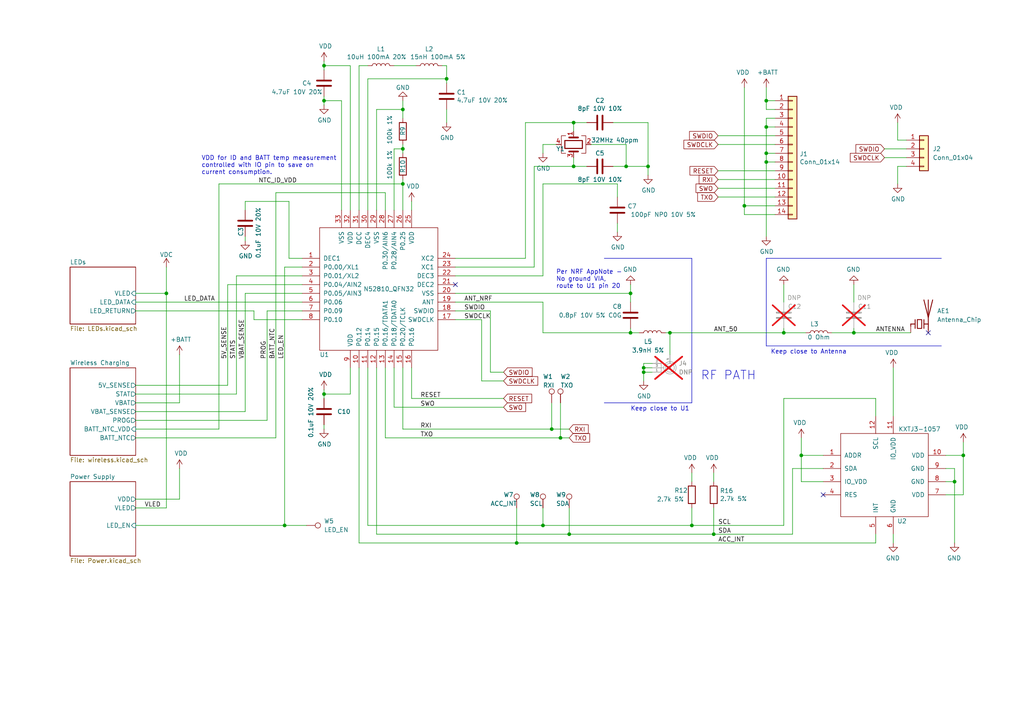
<source format=kicad_sch>
(kicad_sch (version 20230121) (generator eeschema)
  (paper "A4")
  (title_block (title "Pixels D20 Schematic, Main") (date "2022-08-26") (rev "13") (company "Systemic Games, LLC") (comment 1 "Main MCU, Accelerometer and Radio"))
  (lib_symbols
    (symbol "Connector_Generic:Conn_01x04" (pin_names (offset 1.016) hide)
      (property "Reference" "J" (at 0 5.08 0))
      (property "Value" "Conn_01x04" (at 0 -7.62 0))
      (symbol "Conn_01x04_1_1"
        (rectangle (start -1.27 -4.953) (end 0 -5.207) (stroke (width 0.1524)))
        (rectangle (start -1.27 -2.413) (end 0 -2.667) (stroke (width 0.1524)))
        (rectangle (start -1.27 0.127) (end 0 -0.127) (stroke (width 0.1524)))
        (rectangle (start -1.27 2.667) (end 0 2.413) (stroke (width 0.1524)))
        (rectangle (start -1.27 3.81) (end 1.27 -6.35) (stroke (width 0.254)) (fill (type background)))
        (pin passive line (at -5.08 2.54 0) (length 3.81) (name "Pin_1") (number "1"))
        (pin passive line (at -5.08 0 0) (length 3.81) (name "Pin_2") (number "2"))
        (pin passive line (at -5.08 -2.54 0) (length 3.81) (name "Pin_3") (number "3"))
        (pin passive line (at -5.08 -5.08 0) (length 3.81) (name "Pin_4") (number "4"))
      )
    )
    (symbol "Connector_Generic:Conn_01x14" (pin_names (offset 1.016) hide)
      (property "Reference" "J" (at 0 17.78 0))
      (property "Value" "Conn_01x14" (at 0 -20.32 0))
      (symbol "Conn_01x14_1_1"
        (rectangle (start -1.27 -17.653) (end 0 -17.907) (stroke (width 0.1524)))
        (rectangle (start -1.27 -15.113) (end 0 -15.367) (stroke (width 0.1524)))
        (rectangle (start -1.27 -12.573) (end 0 -12.827) (stroke (width 0.1524)))
        (rectangle (start -1.27 -10.033) (end 0 -10.287) (stroke (width 0.1524)))
        (rectangle (start -1.27 -7.493) (end 0 -7.747) (stroke (width 0.1524)))
        (rectangle (start -1.27 -4.953) (end 0 -5.207) (stroke (width 0.1524)))
        (rectangle (start -1.27 -2.413) (end 0 -2.667) (stroke (width 0.1524)))
        (rectangle (start -1.27 0.127) (end 0 -0.127) (stroke (width 0.1524)))
        (rectangle (start -1.27 2.667) (end 0 2.413) (stroke (width 0.1524)))
        (rectangle (start -1.27 5.207) (end 0 4.953) (stroke (width 0.1524)))
        (rectangle (start -1.27 7.747) (end 0 7.493) (stroke (width 0.1524)))
        (rectangle (start -1.27 10.287) (end 0 10.033) (stroke (width 0.1524)))
        (rectangle (start -1.27 12.827) (end 0 12.573) (stroke (width 0.1524)))
        (rectangle (start -1.27 15.367) (end 0 15.113) (stroke (width 0.1524)))
        (rectangle (start -1.27 16.51) (end 1.27 -19.05) (stroke (width 0.254)) (fill (type background)))
        (pin passive line (at -5.08 15.24 0) (length 3.81) (name "Pin_1") (number "1"))
        (pin passive line (at -5.08 -7.62 0) (length 3.81) (name "Pin_10") (number "10"))
        (pin passive line (at -5.08 -10.16 0) (length 3.81) (name "Pin_11") (number "11"))
        (pin passive line (at -5.08 -12.7 0) (length 3.81) (name "Pin_12") (number "12"))
        (pin passive line (at -5.08 -15.24 0) (length 3.81) (name "Pin_13") (number "13"))
        (pin passive line (at -5.08 -17.78 0) (length 3.81) (name "Pin_14") (number "14"))
        (pin passive line (at -5.08 12.7 0) (length 3.81) (name "Pin_2") (number "2"))
        (pin passive line (at -5.08 10.16 0) (length 3.81) (name "Pin_3") (number "3"))
        (pin passive line (at -5.08 7.62 0) (length 3.81) (name "Pin_4") (number "4"))
        (pin passive line (at -5.08 5.08 0) (length 3.81) (name "Pin_5") (number "5"))
        (pin passive line (at -5.08 2.54 0) (length 3.81) (name "Pin_6") (number "6"))
        (pin passive line (at -5.08 0 0) (length 3.81) (name "Pin_7") (number "7"))
        (pin passive line (at -5.08 -2.54 0) (length 3.81) (name "Pin_8") (number "8"))
        (pin passive line (at -5.08 -5.08 0) (length 3.81) (name "Pin_9") (number "9"))
      )
    )
    (symbol "Device:Antenna_Chip" (pin_numbers hide) (pin_names (offset 1.016) hide)
      (property "Reference" "AE" (at 0 5.08 0))
      (property "Value" "Antenna_Chip" (at 0 3.175 0))
      (symbol "Antenna_Chip_0_1"
        (polyline (pts (xy -2.54 0) (xy -2.54 -0.635)) (stroke (width 0.254)))
        (polyline (pts (xy -2.54 0) (xy -1.27 0)) (stroke (width 0.254)))
        (polyline (pts (xy 1.27 0) (xy 2.54 0)) (stroke (width 0.254)))
        (polyline (pts (xy 1.27 1.27) (xy 1.27 -1.27)) (stroke (width 0.254)))
        (polyline (pts (xy 2.54 -0.635) (xy 2.54 0)))
        (polyline (pts (xy 2.54 6.985) (xy 2.54 -1.905)) (stroke (width 0.254)))
        (polyline (pts (xy -1.27 1.27) (xy -1.27 -1.27) (xy -1.27 0)) (stroke (width 0.254)))
        (polyline (pts (xy 3.81 6.985) (xy 2.54 1.905) (xy 1.27 6.985)) (stroke (width 0.254)))
        (polyline (pts (xy -0.635 1.27) (xy 0.635 1.27) (xy 0.635 -1.27) (xy -0.635 -1.27) (xy -0.635 1.27)) (stroke (width 0.254)))
      )
      (symbol "Antenna_Chip_1_1"
        (pin input line (at -2.54 -2.54 90) (length 2.54) (name "FEED") (number "1"))
        (pin passive line (at 2.54 -2.54 90) (length 2.54) (name "PCB_Trace") (number "2"))
      )
    )
    (symbol "Device:C" (pin_numbers hide) (pin_names (offset 0.254))
      (property "Reference" "C" (at 0.635 2.54 0))
      (property "Value" "C" (at 0.635 -2.54 0))
      (symbol "C_0_1"
        (polyline (pts (xy -2.032 -0.762) (xy 2.032 -0.762)) (stroke (width 0.508)))
        (polyline (pts (xy -2.032 0.762) (xy 2.032 0.762)) (stroke (width 0.508)))
      )
      (symbol "C_1_1"
        (pin passive line (at 0 3.81 270) (length 2.794) (name "~") (number "1"))
        (pin passive line (at 0 -3.81 90) (length 2.794) (name "~") (number "2"))
      )
    )
    (symbol "Device:Crystal_GND24" (pin_names (offset 1.016) hide)
      (property "Reference" "Y" (at 3.175 5.08 0))
      (property "Value" "Crystal_GND24" (at 3.175 3.175 0))
      (symbol "Crystal_GND24_0_1"
        (rectangle (start -1.143 2.54) (end 1.143 -2.54) (stroke (width 0.3048)))
        (polyline (pts (xy -2.54 0) (xy -2.032 0)))
        (polyline (pts (xy -2.032 -1.27) (xy -2.032 1.27)) (stroke (width 0.508)))
        (polyline (pts (xy 0 -3.81) (xy 0 -3.556)))
        (polyline (pts (xy 0 3.556) (xy 0 3.81)))
        (polyline (pts (xy 2.032 -1.27) (xy 2.032 1.27)) (stroke (width 0.508)))
        (polyline (pts (xy 2.032 0) (xy 2.54 0)))
        (polyline (pts (xy -2.54 -2.286) (xy -2.54 -3.556) (xy 2.54 -3.556) (xy 2.54 -2.286)))
        (polyline (pts (xy -2.54 2.286) (xy -2.54 3.556) (xy 2.54 3.556) (xy 2.54 2.286)))
      )
      (symbol "Crystal_GND24_1_1"
        (pin passive line (at -3.81 0 0) (length 1.27) (name "1") (number "1"))
        (pin passive line (at 0 5.08 270) (length 1.27) (name "2") (number "2"))
        (pin passive line (at 3.81 0 180) (length 1.27) (name "3") (number "3"))
        (pin passive line (at 0 -5.08 90) (length 1.27) (name "4") (number "4"))
      )
    )
    (symbol "Device:L" (pin_numbers hide) (pin_names (offset 1.016) hide)
      (property "Reference" "L" (at -1.27 0 90))
      (property "Value" "L" (at 1.905 0 90))
      (symbol "L_0_1"
        (arc (start 0 -2.54) (mid 0.6323 -1.905) (end 0 -1.27))
        (arc (start 0 -1.27) (mid 0.6323 -0.635) (end 0 0))
        (arc (start 0 0) (mid 0.6323 0.635) (end 0 1.27))
        (arc (start 0 1.27) (mid 0.6323 1.905) (end 0 2.54))
      )
      (symbol "L_1_1"
        (pin passive line (at 0 3.81 270) (length 1.27) (name "1") (number "1"))
        (pin passive line (at 0 -3.81 90) (length 1.27) (name "2") (number "2"))
      )
    )
    (symbol "Device:R" (pin_numbers hide) (pin_names (offset 0))
      (property "Reference" "R" (at 2.032 0 90))
      (property "Value" "R" (at 0 0 90))
      (symbol "R_0_1"
        (rectangle (start -1.016 -2.54) (end 1.016 2.54) (stroke (width 0.254)))
      )
      (symbol "R_1_1"
        (pin passive line (at 0 3.81 270) (length 1.27) (name "~") (number "1"))
        (pin passive line (at 0 -3.81 90) (length 1.27) (name "~") (number "2"))
      )
    )
    (symbol "Pixels-dice:KXTJ3-1057" (pin_names (offset 1.016))
      (property "Reference" "U" (at 10.16 -12.7 0))
      (property "Value" "KXTJ3-1057" (at 8.89 13.97 0))
      (symbol "KXTJ3-1057_0_1"
        (rectangle (start -12.7 12.7) (end 12.7 -11.43))
      )
      (symbol "KXTJ3-1057_1_1"
        (pin input line (at -17.78 6.35 0) (length 5.08) (name "ADDR") (number "1"))
        (pin power_in line (at 17.78 6.35 180) (length 5.08) (name "VDD") (number "10"))
        (pin power_in line (at 2.54 17.78 270) (length 5.08) (name "IO_VDD") (number "11"))
        (pin input line (at -2.54 17.78 270) (length 5.08) (name "SCL") (number "12"))
        (pin bidirectional line (at -17.78 2.54 0) (length 5.08) (name "SDA") (number "2"))
        (pin power_in line (at -17.78 -1.27 0) (length 5.08) (name "IO_VDD") (number "3"))
        (pin passive line (at -17.78 -5.08 0) (length 5.08) (name "RES") (number "4"))
        (pin output line (at -2.54 -16.51 90) (length 5.08) (name "INT") (number "5"))
        (pin power_in line (at 2.54 -16.51 90) (length 5.08) (name "GND") (number "6"))
        (pin power_in line (at 17.78 -5.08 180) (length 5.08) (name "VDD") (number "7"))
        (pin power_in line (at 17.78 -1.27 180) (length 5.08) (name "GND") (number "8"))
        (pin power_in line (at 17.78 2.54 180) (length 5.08) (name "GND") (number "9"))
      )
    )
    (symbol "Pixels-dice:N52810_QFN32" (pin_names (offset 1.016))
      (property "Reference" "U" (at 13.97 -19.05 0))
      (property "Value" "N52810_QFN32" (at 2.54 0 0))
      (symbol "N52810_QFN32_0_1"
        (rectangle (start -17.78 17.78) (end 16.51 -17.78))
      )
      (symbol "N52810_QFN32_1_1"
        (pin power_out line (at -22.86 8.89 0) (length 5.08) (name "DEC1") (number "1"))
        (pin bidirectional line (at -6.35 -22.86 90) (length 5.08) (name "P0.12") (number "10"))
        (pin bidirectional line (at -3.81 -22.86 90) (length 5.08) (name "P0.14") (number "11"))
        (pin bidirectional line (at -1.27 -22.86 90) (length 5.08) (name "P0.15") (number "12"))
        (pin bidirectional line (at 1.27 -22.86 90) (length 5.08) (name "P0.16/TDATA1") (number "13"))
        (pin bidirectional line (at 3.81 -22.86 90) (length 5.08) (name "P0.18/TDATA0") (number "14"))
        (pin bidirectional line (at 6.35 -22.86 90) (length 5.08) (name "P0.20/TCLK") (number "15"))
        (pin bidirectional line (at 8.89 -22.86 90) (length 5.08) (name "P0.16") (number "16"))
        (pin bidirectional line (at 21.59 -8.89 180) (length 5.08) (name "SWDCLK") (number "17"))
        (pin bidirectional line (at 21.59 -6.35 180) (length 5.08) (name "SWDIO") (number "18"))
        (pin output line (at 21.59 -3.81 180) (length 5.08) (name "ANT") (number "19"))
        (pin bidirectional line (at -22.86 6.35 0) (length 5.08) (name "P0.00/XL1") (number "2"))
        (pin output line (at 21.59 -1.27 180) (length 5.08) (name "VSS") (number "20"))
        (pin output line (at 21.59 1.27 180) (length 5.08) (name "DEC2") (number "21"))
        (pin output line (at 21.59 3.81 180) (length 5.08) (name "DEC3") (number "22"))
        (pin output line (at 21.59 6.35 180) (length 5.08) (name "XC1") (number "23"))
        (pin input line (at 21.59 8.89 180) (length 5.08) (name "XC2") (number "24"))
        (pin power_in line (at 8.89 22.86 270) (length 5.08) (name "VDD") (number "25"))
        (pin bidirectional line (at 6.35 22.86 270) (length 5.08) (name "P0.25") (number "26"))
        (pin bidirectional line (at 3.81 22.86 270) (length 5.08) (name "P0.28/AIN4") (number "27"))
        (pin bidirectional line (at 1.27 22.86 270) (length 5.08) (name "P0.30/AIN6") (number "28"))
        (pin power_in line (at -1.27 22.86 270) (length 5.08) (name "VSS") (number "29"))
        (pin bidirectional line (at -22.86 3.81 0) (length 5.08) (name "P0.01/XL2") (number "3"))
        (pin output line (at -3.81 22.86 270) (length 5.08) (name "DEC4") (number "30"))
        (pin output line (at -6.35 22.86 270) (length 5.08) (name "DCC") (number "31"))
        (pin power_in line (at -8.89 22.86 270) (length 5.08) (name "VDD") (number "32"))
        (pin power_in line (at -11.43 22.86 270) (length 5.08) (name "VSS") (number "33"))
        (pin bidirectional line (at -22.86 1.27 0) (length 5.08) (name "P0.04/AIN2") (number "4"))
        (pin bidirectional line (at -22.86 -1.27 0) (length 5.08) (name "P0.05/AIN3") (number "5"))
        (pin bidirectional line (at -22.86 -3.81 0) (length 5.08) (name "P0.06") (number "6"))
        (pin bidirectional line (at -22.86 -6.35 0) (length 5.08) (name "P0.09") (number "7"))
        (pin bidirectional line (at -22.86 -8.89 0) (length 5.08) (name "P0.10") (number "8"))
        (pin power_in line (at -8.89 -22.86 90) (length 5.08) (name "VDD") (number "9"))
      )
    )
    (symbol "Pixels-dice:TEST_1P-conn" (pin_numbers hide) (pin_names (offset 0.762) hide)
      (property "Reference" "W" (at 0 6.858 0))
      (property "Value" "TEST_1P-conn" (at 0 5.08 0))
      (symbol "TEST_1P-conn_0_1"
        (circle (center 0 3.302) (radius 0.762))
      )
      (symbol "TEST_1P-conn_1_1"
        (pin passive line (at 0 0 90) (length 2.54) (name "1") (number "1"))
      )
    )
    (symbol "Pixels-dice:W.FL"
      (property "Reference" "J" (at 3.81 -1.27 0))
      (property "Value" "W.FL" (at 4.445 1.27 0))
      (symbol "W.FL_0_1"
        (polyline (pts (xy -1.27 -2.54) (xy 1.27 -2.54)))
        (polyline (pts (xy 0 -2.54) (xy 0 -1.905)))
        (circle (center 0 0) (radius 1.27))
        (circle (center 0 0) (radius 1.7961))
      )
      (symbol "W.FL_1_1"
        (pin passive line (at 1.27 -5.08 90) (length 2.54) (name "") (number "1"))
        (pin passive line (at -1.27 -5.08 90) (length 2.54) (name "") (number "2"))
        (pin passive line (at 0 -5.08 90) (length 2.54) (name "") (number "3"))
        (pin passive line (at -3.81 0 0) (length 2.54) (name "RF") (number "4"))
      )
    )
    (symbol "power:+BATT" (power) (pin_names (offset 0))
      (property "Value" "+BATT" (at 0 3.556 0))
      (symbol "+BATT_0_1"
        (polyline (pts (xy -0.762 1.27) (xy 0 2.54)))
        (polyline (pts (xy 0 0) (xy 0 2.54)))
        (polyline (pts (xy 0 2.54) (xy 0.762 1.27)))
      )
      (symbol "+BATT_1_1"
        (pin power_in line (at 0 0 90) (length 0) hide (name "+BATT") (number "1"))
      )
    )
    (symbol "power:GND" (power) (pin_names (offset 0))
      (property "Value" "GND" (at 0 -3.81 0))
      (symbol "GND_0_1"
        (polyline (pts (xy 0 0) (xy 0 -1.27) (xy 1.27 -1.27) (xy 0 -2.54) (xy -1.27 -1.27) (xy 0 -1.27)))
      )
      (symbol "GND_1_1"
        (pin power_in line (at 0 0 270) (length 0) hide (name "GND") (number "1"))
      )
    )
    (symbol "power:VDC" (power) (pin_names (offset 0))
      (property "Value" "VDC" (at 0 6.35 0))
      (symbol "VDC_0_1"
        (polyline (pts (xy -0.762 1.27) (xy 0 2.54)))
        (polyline (pts (xy 0 0) (xy 0 2.54)))
        (polyline (pts (xy 0 2.54) (xy 0.762 1.27)))
      )
      (symbol "VDC_1_1"
        (pin power_in line (at 0 0 90) (length 0) hide (name "VDC") (number "1"))
      )
    )
    (symbol "power:VDD" (power) (pin_names (offset 0))
      (property "Value" "VDD" (at 0 3.81 0))
      (symbol "VDD_0_1"
        (polyline (pts (xy -0.762 1.27) (xy 0 2.54)))
        (polyline (pts (xy 0 0) (xy 0 2.54)))
        (polyline (pts (xy 0 2.54) (xy 0.762 1.27)))
      )
      (symbol "VDD_1_1"
        (pin power_in line (at 0 0 90) (length 0) hide (name "VDD") (number "1"))
      )
    )
  )
  (junction (at 279.4 132.08))
  (junction (at 181.61 48.26))
  (junction (at 276.86 139.7))
  (junction (at 93.98 19.05))
  (junction (at 194.31 96.52))
  (junction (at 116.84 43.18))
  (junction (at 116.84 53.34))
  (junction (at 166.37 48.26))
  (junction (at 149.86 157.48))
  (junction (at 182.88 96.52))
  (junction (at 165.1 154.94))
  (junction (at 207.01 154.94))
  (junction (at 222.25 36.83))
  (junction (at 93.98 114.3))
  (junction (at 116.84 31.75))
  (junction (at 227.33 96.52))
  (junction (at 129.54 22.86))
  (junction (at 182.88 85.09))
  (junction (at 82.55 152.4))
  (junction (at 222.25 44.45))
  (junction (at 247.65 96.52))
  (junction (at 222.25 29.21))
  (junction (at 187.96 48.26))
  (junction (at 222.25 46.99))
  (junction (at 48.26 85.09))
  (junction (at 162.56 127))
  (junction (at 232.41 132.08))
  (junction (at 215.9 59.69))
  (junction (at 157.48 152.4))
  (junction (at 160.02 124.46))
  (junction (at 93.98 29.21))
  (junction (at 200.66 152.4))
  (junction (at 186.69 107.95))
  (junction (at 166.37 35.56))
  (junction (at 186.69 106.68))
  (no_connect (at 132.08 82.55))
  (no_connect (at 238.76 143.51))
  (no_connect (at 269.24 96.52))
  (wire (pts (xy 99.06 29.21) (xy 93.98 29.21)))
  (wire (pts (xy 99.06 60.96) (xy 99.06 29.21)))
  (wire (pts (xy 222.25 34.29) (xy 222.25 36.83)))
  (wire (pts (xy 207.01 137.16) (xy 207.01 139.7)))
  (wire (pts (xy 149.86 147.32) (xy 149.86 157.48)))
  (wire (pts (xy 109.22 31.75) (xy 109.22 60.96)))
  (wire (pts (xy 181.61 41.91) (xy 181.61 48.26)))
  (wire (pts (xy 116.84 29.21) (xy 116.84 31.75)))
  (wire (pts (xy 116.84 53.34) (xy 116.84 60.96)))
  (wire (pts (xy 68.58 80.01) (xy 68.58 114.3)))
  (wire (pts (xy 154.94 77.47) (xy 154.94 48.26)))
  (wire (pts (xy 93.98 19.05) (xy 93.98 20.32)))
  (wire (pts (xy 232.41 139.7) (xy 232.41 132.08)))
  (wire (pts (xy 279.4 143.51) (xy 274.32 143.51)))
  (wire (pts (xy 101.6 19.05) (xy 93.98 19.05)))
  (wire (pts (xy 177.8 48.26) (xy 181.61 48.26)))
  (wire (pts (xy 157.48 80.01) (xy 132.08 80.01)))
  (wire (pts (xy 139.7 110.49) (xy 146.05 110.49)))
  (wire (pts (xy 132.08 74.93) (xy 152.4 74.93)))
  (wire (pts (xy 238.76 135.89) (xy 229.87 135.89)))
  (wire (pts (xy 207.01 147.32) (xy 207.01 154.94)))
  (polyline (pts (xy 222.25 74.93) (xy 222.25 100.33)))
  (wire (pts (xy 187.96 35.56) (xy 187.96 48.26)))
  (wire (pts (xy 224.79 46.99) (xy 222.25 46.99)))
  (wire (pts (xy 160.02 124.46) (xy 165.1 124.46)))
  (wire (pts (xy 166.37 35.56) (xy 170.18 35.56)))
  (wire (pts (xy 189.23 106.68) (xy 186.69 106.68)))
  (wire (pts (xy 259.08 154.94) (xy 259.08 157.48)))
  (wire (pts (xy 39.37 114.3) (xy 68.58 114.3)))
  (polyline (pts (xy 222.25 100.33) (xy 273.05 100.33)))
  (wire (pts (xy 132.08 87.63) (xy 157.48 87.63)))
  (wire (pts (xy 208.28 41.91) (xy 224.79 41.91)))
  (wire (pts (xy 39.37 147.32) (xy 48.26 147.32)))
  (wire (pts (xy 215.9 59.69) (xy 215.9 62.23)))
  (wire (pts (xy 116.84 124.46) (xy 116.84 106.68)))
  (wire (pts (xy 39.37 90.17) (xy 73.66 90.17)))
  (wire (pts (xy 162.56 127) (xy 165.1 127)))
  (wire (pts (xy 80.01 55.88) (xy 111.76 55.88)))
  (wire (pts (xy 186.69 105.41) (xy 186.69 106.68)))
  (wire (pts (xy 111.76 55.88) (xy 111.76 60.96)))
  (wire (pts (xy 129.54 31.75) (xy 129.54 35.56)))
  (wire (pts (xy 39.37 111.76) (xy 66.04 111.76)))
  (wire (pts (xy 93.98 114.3) (xy 93.98 115.57)))
  (wire (pts (xy 132.08 85.09) (xy 182.88 85.09)))
  (wire (pts (xy 256.54 43.18) (xy 262.89 43.18)))
  (wire (pts (xy 149.86 157.48) (xy 254 157.48)))
  (wire (pts (xy 66.04 82.55) (xy 66.04 111.76)))
  (wire (pts (xy 224.79 59.69) (xy 215.9 59.69)))
  (wire (pts (xy 73.66 90.17) (xy 73.66 92.71)))
  (wire (pts (xy 274.32 139.7) (xy 276.86 139.7)))
  (wire (pts (xy 157.48 96.52) (xy 182.88 96.52)))
  (wire (pts (xy 152.4 74.93) (xy 152.4 35.56)))
  (wire (pts (xy 106.68 106.68) (xy 106.68 152.4)))
  (wire (pts (xy 132.08 90.17) (xy 142.24 90.17)))
  (wire (pts (xy 114.3 106.68) (xy 114.3 118.11)))
  (wire (pts (xy 101.6 60.96) (xy 101.6 19.05)))
  (wire (pts (xy 254 120.65) (xy 254 115.57)))
  (wire (pts (xy 222.25 31.75) (xy 224.79 31.75)))
  (wire (pts (xy 93.98 114.3) (xy 93.98 113.03)))
  (wire (pts (xy 189.23 107.95) (xy 186.69 107.95)))
  (wire (pts (xy 142.24 107.95) (xy 146.05 107.95)))
  (wire (pts (xy 222.25 29.21) (xy 222.25 31.75)))
  (wire (pts (xy 161.29 41.91) (xy 157.48 41.91)))
  (wire (pts (xy 160.02 116.84) (xy 160.02 124.46)))
  (wire (pts (xy 256.54 45.72) (xy 262.89 45.72)))
  (wire (pts (xy 222.25 44.45) (xy 222.25 46.99)))
  (wire (pts (xy 129.54 22.86) (xy 129.54 24.13)))
  (wire (pts (xy 52.07 144.78) (xy 52.07 135.89)))
  (wire (pts (xy 186.69 106.68) (xy 186.69 107.95)))
  (wire (pts (xy 194.31 96.52) (xy 194.31 102.87)))
  (wire (pts (xy 104.14 60.96) (xy 104.14 19.05)))
  (wire (pts (xy 114.3 60.96) (xy 114.3 43.18)))
  (wire (pts (xy 39.37 87.63) (xy 87.63 87.63)))
  (wire (pts (xy 128.27 19.05) (xy 129.54 19.05)))
  (wire (pts (xy 129.54 22.86) (xy 106.68 22.86)))
  (wire (pts (xy 165.1 154.94) (xy 207.01 154.94)))
  (wire (pts (xy 260.35 48.26) (xy 260.35 53.34)))
  (wire (pts (xy 208.28 49.53) (xy 224.79 49.53)))
  (wire (pts (xy 232.41 132.08) (xy 238.76 132.08)))
  (wire (pts (xy 193.04 96.52) (xy 194.31 96.52)))
  (wire (pts (xy 177.8 35.56) (xy 187.96 35.56)))
  (wire (pts (xy 222.25 36.83) (xy 222.25 44.45)))
  (wire (pts (xy 77.47 121.92) (xy 39.37 121.92)))
  (wire (pts (xy 39.37 85.09) (xy 48.26 85.09)))
  (wire (pts (xy 274.32 135.89) (xy 276.86 135.89)))
  (wire (pts (xy 279.4 132.08) (xy 279.4 143.51)))
  (wire (pts (xy 114.3 43.18) (xy 116.84 43.18)))
  (polyline (pts (xy 175.26 116.84) (xy 200.66 116.84)))
  (wire (pts (xy 73.66 92.71) (xy 87.63 92.71)))
  (wire (pts (xy 154.94 48.26) (xy 166.37 48.26)))
  (wire (pts (xy 247.65 82.55) (xy 247.65 87.63)))
  (wire (pts (xy 232.41 132.08) (xy 232.41 127)))
  (wire (pts (xy 101.6 114.3) (xy 93.98 114.3)))
  (wire (pts (xy 111.76 127) (xy 162.56 127)))
  (wire (pts (xy 227.33 96.52) (xy 233.68 96.52)))
  (wire (pts (xy 194.31 96.52) (xy 227.33 96.52)))
  (wire (pts (xy 227.33 115.57) (xy 227.33 152.4)))
  (wire (pts (xy 276.86 139.7) (xy 276.86 157.48)))
  (wire (pts (xy 82.55 77.47) (xy 82.55 152.4)))
  (wire (pts (xy 200.66 137.16) (xy 200.66 139.7)))
  (polyline (pts (xy 200.66 74.93) (xy 200.66 116.84)))
  (wire (pts (xy 88.9 152.4) (xy 82.55 152.4)))
  (wire (pts (xy 222.25 34.29) (xy 224.79 34.29)))
  (wire (pts (xy 166.37 48.26) (xy 170.18 48.26)))
  (wire (pts (xy 215.9 62.23) (xy 224.79 62.23)))
  (wire (pts (xy 222.25 46.99) (xy 222.25 68.58)))
  (wire (pts (xy 182.88 82.55) (xy 182.88 85.09)))
  (wire (pts (xy 116.84 124.46) (xy 160.02 124.46)))
  (wire (pts (xy 179.07 53.34) (xy 179.07 57.15)))
  (wire (pts (xy 93.98 29.21) (xy 93.98 30.48)))
  (wire (pts (xy 119.38 106.68) (xy 119.38 115.57)))
  (wire (pts (xy 208.28 57.15) (xy 224.79 57.15)))
  (wire (pts (xy 157.48 152.4) (xy 200.66 152.4)))
  (wire (pts (xy 152.4 35.56) (xy 166.37 35.56)))
  (wire (pts (xy 39.37 144.78) (xy 52.07 144.78)))
  (wire (pts (xy 186.69 107.95) (xy 186.69 110.49)))
  (wire (pts (xy 39.37 119.38) (xy 71.12 119.38)))
  (wire (pts (xy 129.54 19.05) (xy 129.54 22.86)))
  (wire (pts (xy 241.3 96.52) (xy 247.65 96.52)))
  (wire (pts (xy 48.26 85.09) (xy 48.26 147.32)))
  (wire (pts (xy 82.55 77.47) (xy 87.63 77.47)))
  (wire (pts (xy 200.66 152.4) (xy 227.33 152.4)))
  (wire (pts (xy 109.22 154.94) (xy 165.1 154.94)))
  (wire (pts (xy 119.38 58.42) (xy 119.38 60.96)))
  (wire (pts (xy 82.55 152.4) (xy 39.37 152.4)))
  (wire (pts (xy 208.28 54.61) (xy 224.79 54.61)))
  (wire (pts (xy 87.63 82.55) (xy 66.04 82.55)))
  (wire (pts (xy 116.84 52.07) (xy 116.84 53.34)))
  (wire (pts (xy 104.14 19.05) (xy 106.68 19.05)))
  (wire (pts (xy 227.33 82.55) (xy 227.33 87.63)))
  (wire (pts (xy 87.63 80.01) (xy 68.58 80.01)))
  (wire (pts (xy 104.14 157.48) (xy 149.86 157.48)))
  (wire (pts (xy 139.7 92.71) (xy 139.7 110.49)))
  (wire (pts (xy 39.37 127) (xy 80.01 127)))
  (wire (pts (xy 171.45 41.91) (xy 181.61 41.91)))
  (polyline (pts (xy 175.26 74.93) (xy 200.66 74.93)))
  (wire (pts (xy 93.98 19.05) (xy 93.98 17.78)))
  (wire (pts (xy 48.26 85.09) (xy 48.26 77.47)))
  (wire (pts (xy 157.48 87.63) (xy 157.48 96.52)))
  (polyline (pts (xy 222.25 74.93) (xy 273.05 74.93)))
  (wire (pts (xy 132.08 92.71) (xy 139.7 92.71)))
  (wire (pts (xy 165.1 147.32) (xy 165.1 154.94)))
  (wire (pts (xy 229.87 135.89) (xy 229.87 154.94)))
  (wire (pts (xy 224.79 44.45) (xy 222.25 44.45)))
  (wire (pts (xy 71.12 68.58) (xy 71.12 69.85)))
  (wire (pts (xy 146.05 115.57) (xy 119.38 115.57)))
  (wire (pts (xy 116.84 43.18) (xy 116.84 44.45)))
  (wire (pts (xy 222.25 25.4) (xy 222.25 29.21)))
  (wire (pts (xy 162.56 116.84) (xy 162.56 127)))
  (wire (pts (xy 260.35 40.64) (xy 262.89 40.64)))
  (wire (pts (xy 157.48 147.32) (xy 157.48 152.4)))
  (wire (pts (xy 83.82 58.42) (xy 71.12 58.42)))
  (wire (pts (xy 63.5 53.34) (xy 63.5 124.46)))
  (wire (pts (xy 182.88 95.25) (xy 182.88 96.52)))
  (wire (pts (xy 142.24 90.17) (xy 142.24 107.95)))
  (wire (pts (xy 109.22 31.75) (xy 116.84 31.75)))
  (wire (pts (xy 279.4 128.27) (xy 279.4 132.08)))
  (wire (pts (xy 87.63 74.93) (xy 83.82 74.93)))
  (wire (pts (xy 93.98 27.94) (xy 93.98 29.21)))
  (wire (pts (xy 157.48 53.34) (xy 157.48 80.01)))
  (wire (pts (xy 254 154.94) (xy 254 157.48)))
  (wire (pts (xy 106.68 22.86) (xy 106.68 60.96)))
  (wire (pts (xy 71.12 85.09) (xy 71.12 119.38)))
  (wire (pts (xy 181.61 48.26) (xy 187.96 48.26)))
  (wire (pts (xy 83.82 74.93) (xy 83.82 58.42)))
  (wire (pts (xy 247.65 96.52) (xy 264.16 96.52)))
  (wire (pts (xy 207.01 154.94) (xy 229.87 154.94)))
  (wire (pts (xy 260.35 35.56) (xy 260.35 40.64)))
  (wire (pts (xy 77.47 90.17) (xy 77.47 121.92)))
  (wire (pts (xy 116.84 41.91) (xy 116.84 43.18)))
  (wire (pts (xy 182.88 96.52) (xy 185.42 96.52)))
  (wire (pts (xy 80.01 55.88) (xy 80.01 127)))
  (wire (pts (xy 116.84 31.75) (xy 116.84 34.29)))
  (wire (pts (xy 39.37 116.84) (xy 52.07 116.84)))
  (wire (pts (xy 182.88 85.09) (xy 182.88 87.63)))
  (wire (pts (xy 104.14 106.68) (xy 104.14 157.48)))
  (wire (pts (xy 179.07 64.77) (xy 179.07 67.31)))
  (wire (pts (xy 157.48 41.91) (xy 157.48 44.45)))
  (wire (pts (xy 63.5 124.46) (xy 39.37 124.46)))
  (wire (pts (xy 63.5 53.34) (xy 116.84 53.34)))
  (wire (pts (xy 114.3 19.05) (xy 120.65 19.05)))
  (wire (pts (xy 187.96 48.26) (xy 187.96 50.8)))
  (wire (pts (xy 166.37 45.72) (xy 166.37 48.26)))
  (wire (pts (xy 208.28 39.37) (xy 224.79 39.37)))
  (wire (pts (xy 166.37 38.1) (xy 166.37 35.56)))
  (wire (pts (xy 279.4 132.08) (xy 274.32 132.08)))
  (wire (pts (xy 254 115.57) (xy 227.33 115.57)))
  (wire (pts (xy 179.07 53.34) (xy 157.48 53.34)))
  (wire (pts (xy 238.76 139.7) (xy 232.41 139.7)))
  (wire (pts (xy 87.63 90.17) (xy 77.47 90.17)))
  (wire (pts (xy 247.65 95.25) (xy 247.65 96.52)))
  (wire (pts (xy 146.05 118.11) (xy 114.3 118.11)))
  (wire (pts (xy 260.35 48.26) (xy 262.89 48.26)))
  (wire (pts (xy 71.12 58.42) (xy 71.12 60.96)))
  (wire (pts (xy 224.79 36.83) (xy 222.25 36.83)))
  (wire (pts (xy 111.76 127) (xy 111.76 106.68)))
  (wire (pts (xy 109.22 106.68) (xy 109.22 154.94)))
  (wire (pts (xy 215.9 25.4) (xy 215.9 59.69)))
  (wire (pts (xy 276.86 135.89) (xy 276.86 139.7)))
  (wire (pts (xy 259.08 106.68) (xy 259.08 120.65)))
  (wire (pts (xy 189.23 105.41) (xy 186.69 105.41)))
  (wire (pts (xy 222.25 29.21) (xy 224.79 29.21)))
  (wire (pts (xy 132.08 77.47) (xy 154.94 77.47)))
  (wire (pts (xy 200.66 147.32) (xy 200.66 152.4)))
  (wire (pts (xy 101.6 106.68) (xy 101.6 114.3)))
  (wire (pts (xy 52.07 102.87) (xy 52.07 116.84)))
  (wire (pts (xy 87.63 85.09) (xy 71.12 85.09)))
  (wire (pts (xy 208.28 52.07) (xy 224.79 52.07)))
  (wire (pts (xy 227.33 95.25) (xy 227.33 96.52)))
  (wire (pts (xy 106.68 152.4) (xy 157.48 152.4)))
  (wire (pts (xy 93.98 123.19) (xy 93.98 124.46)))
  (text "Per NRF AppNote -\nNo ground VIA,\nroute to U1 pin 20" (at 161.29 83.82 0) (effects (font (size 1.27 1.27)) (justify left bottom)))
  (text "RF PATH" (at 203.2 110.49 0) (effects (font (size 2.54 2.54)) (justify left bottom)))
  (text "Keep close to Antenna" (at 223.52 102.87 0) (effects (font (size 1.27 1.27)) (justify left bottom)))
  (text "VDD for ID and BATT temp measurement\ncontrolled with IO pin to save on\ncurrent consumption." (at 58.42 50.8 0) (effects (font (size 1.27 1.27)) (justify left bottom)))
  (text "Keep close to U1" (at 182.88 119.38 0) (effects (font (size 1.27 1.27)) (justify left bottom)))
  (label "BATT_NTC" (at 80.01 104.14 90))
  (label "TXO" (at 121.92 127 0))
  (label "PROG" (at 77.47 104.14 90))
  (label "ACC_INT" (at 208.28 157.48 0))
  (label "ANT_50" (at 207.01 96.52 0))
  (label "SWDCLK" (at 134.62 92.71 0))
  (label "NTC_ID_VDD" (at 74.93 53.34 0))
  (label "VBAT_SENSE" (at 71.12 104.14 90))
  (label "5V_SENSE" (at 66.04 104.14 90))
  (label "ANT_NRF" (at 134.62 87.63 0))
  (label "SDA" (at 208.28 154.94 0))
  (label "LED_EN" (at 82.55 104.14 90))
  (label "ANTENNA" (at 254 96.52 0))
  (label "RXI" (at 121.92 124.46 0))
  (label "SWDIO" (at 134.62 90.17 0))
  (label "SWO" (at 121.92 118.11 0))
  (label "LED_DATA" (at 53.34 87.63 0))
  (label "RESET" (at 121.92 115.57 0))
  (label "SCL" (at 208.28 152.4 0))
  (label "VLED" (at 41.91 147.32 0))
  (label "STATS" (at 68.58 104.14 90))
  (global_label "TXO" (shape input) (at 165.1 127 0) (property "Intersheetrefs" "${INTERSHEET_REFS}" (effects hide)))
  (global_label "RESET" (shape input) (at 208.28 49.53 180) (property "Intersheetrefs" "${INTERSHEET_REFS}" (effects hide)))
  (global_label "SWDIO" (shape input) (at 146.05 107.95 0) (property "Intersheetrefs" "${INTERSHEET_REFS}" (effects hide)))
  (global_label "RXI" (shape input) (at 208.28 52.07 180) (property "Intersheetrefs" "${INTERSHEET_REFS}" (effects hide)))
  (global_label "SWDCLK" (shape input) (at 256.54 45.72 180) (property "Intersheetrefs" "${INTERSHEET_REFS}" (effects hide)))
  (global_label "SWO" (shape input) (at 146.05 118.11 0) (property "Intersheetrefs" "${INTERSHEET_REFS}" (effects hide)))
  (global_label "SWDCLK" (shape input) (at 146.05 110.49 0) (property "Intersheetrefs" "${INTERSHEET_REFS}" (effects hide)))
  (global_label "TXO" (shape input) (at 208.28 57.15 180) (property "Intersheetrefs" "${INTERSHEET_REFS}" (effects hide)))
  (global_label "RESET" (shape input) (at 146.05 115.57 0) (property "Intersheetrefs" "${INTERSHEET_REFS}" (effects hide)))
  (global_label "SWDIO" (shape input) (at 256.54 43.18 180) (property "Intersheetrefs" "${INTERSHEET_REFS}" (effects hide)))
  (global_label "SWO" (shape input) (at 208.28 54.61 180) (property "Intersheetrefs" "${INTERSHEET_REFS}" (effects hide)))
  (global_label "RXI" (shape input) (at 165.1 124.46 0) (property "Intersheetrefs" "${INTERSHEET_REFS}" (effects hide)))
  (global_label "SWDCLK" (shape input) (at 208.28 41.91 180) (property "Intersheetrefs" "${INTERSHEET_REFS}" (effects hide)))
  (global_label "SWDIO" (shape input) (at 208.28 39.37 180) (property "Intersheetrefs" "${INTERSHEET_REFS}" (effects hide)))
  (symbol (lib_id "power:GND") (at 93.98 124.46 0) (unit 1)
    (property "Reference" "#PWR016" (effects hide))
    (property "Value" "GND" (at 94.107 128.8542 0))
  )
  (symbol (lib_id "power:VDD") (at 93.98 113.03 0) (unit 1)
    (property "Reference" "#PWR014" (effects hide))
    (property "Value" "VDD" (at 94.4118 108.6358 0))
  )
  (symbol (lib_id "Device:C") (at 93.98 119.38 0) (unit 1)
    (property "Reference" "C10" (at 97.79 119.38 0) (effects (justify left)))
    (property "Value" "0.1uF 10V 20%" (at 90.17 127 90) (effects (justify left)))
    (property "Footprint" "Pixels-dice:C_0402_1005Metric" (effects hide))
    (property "Generic OK" "YES" (effects hide))
    (property "Pixels Part Number" "SMD-C005" (effects hide))
    (property "Manufacturer" "Murata" (effects hide))
    (property "Manufacturer Part Number" "GRM155R61H104KE19D" (effects hide))
  )
  (symbol (lib_id "power:GND") (at 93.98 30.48 0) (unit 1)
    (property "Reference" "#PWR08" (effects hide))
    (property "Value" "GND" (at 94.107 34.8742 0))
  )
  (symbol (lib_id "power:VDD") (at 93.98 17.78 0) (unit 1)
    (property "Reference" "#PWR01" (effects hide))
    (property "Value" "VDD" (at 94.4118 13.3858 0))
  )
  (symbol (lib_id "Device:C") (at 93.98 24.13 0) (unit 1)
    (property "Reference" "C4" (at 87.63 24.13 0) (effects (justify left)))
    (property "Value" "4.7uF 10V 20%" (at 78.74 26.67 0) (effects (justify left)))
    (property "Footprint" "Pixels-dice:C_0402_1005Metric" (effects hide))
    (property "Generic OK" "YES" (effects hide))
    (property "Pixels Part Number" "SMD-C002" (effects hide))
    (property "Manufacturer" "Murata" (effects hide))
    (property "Manufacturer Part Number" "GRM155R61A475MEAAJ" (effects hide))
  )
  (symbol (lib_id "power:GND") (at 71.12 69.85 0) (unit 1)
    (property "Reference" "#PWR05" (effects hide))
    (property "Value" "GND" (at 71.247 74.2442 0))
  )
  (symbol (lib_id "Device:C") (at 71.12 64.77 0) (unit 1)
    (property "Reference" "C3" (at 69.85 68.58 90) (effects (justify left)))
    (property "Value" "0.1uF 10V 20%" (at 74.93 74.93 90) (effects (justify left)))
    (property "Footprint" "Pixels-dice:C_0402_1005Metric" (effects hide))
    (property "Generic OK" "YES" (effects hide))
    (property "Pixels Part Number" "SMD-C005" (effects hide))
    (property "Manufacturer" "Murata" (effects hide))
    (property "Manufacturer Part Number" "GRM155R61H104KE19D" (effects hide))
  )
  (symbol (lib_id "Device:L") (at 110.49 19.05 90) (unit 1)
    (property "Reference" "L1" (at 110.49 14.224 90))
    (property "Value" "10uH 100mA 20%" (at 109.22 16.51 90))
    (property "Footprint" "Inductor_SMD:L_0805_2012Metric" (effects hide))
    (property "Generic OK" "YES" (effects hide))
    (property "Pixels Part Number" "SMD-L001" (effects hide))
    (property "Manufacturer" "Murata" (effects hide))
    (property "Manufacturer Part Number" "LQM21FN100M80L" (effects hide))
  )
  (symbol (lib_id "Device:L") (at 124.46 19.05 90) (unit 1)
    (property "Reference" "L2" (at 124.46 14.224 90))
    (property "Value" "15nH 100mA 5%" (at 127 16.51 90))
    (property "Footprint" "Inductor_SMD:L_0402_1005Metric" (effects hide))
    (property "Generic OK" "YES" (effects hide))
    (property "Pixels Part Number" "SMD-L002" (effects hide))
    (property "Manufacturer" "Murata" (effects hide))
    (property "Manufacturer Part Number" "LQG15HS15NJ02D" (effects hide))
  )
  (symbol (lib_id "Device:C") (at 129.54 27.94 0) (unit 1)
    (property "Reference" "C1" (at 132.461 26.7716 0) (effects (justify left)))
    (property "Value" "4.7uF 10V 20%" (at 132.461 29.083 0) (effects (justify left)))
    (property "Footprint" "Pixels-dice:C_0402_1005Metric" (effects hide))
    (property "Generic OK" "YES" (effects hide))
    (property "Pixels Part Number" "SMD-C002" (effects hide))
    (property "Manufacturer" "Murata" (effects hide))
    (property "Manufacturer Part Number" "GRM155R61A475MEAAJ" (effects hide))
  )
  (symbol (lib_id "power:GND") (at 129.54 35.56 0) (unit 1)
    (property "Reference" "#PWR03" (effects hide))
    (property "Value" "GND" (at 129.667 39.9542 0))
  )
  (symbol (lib_id "Device:Crystal_GND24") (at 166.37 41.91 270) (unit 1)
    (property "Reference" "Y1" (at 161.29 43.18 90) (effects (justify left)))
    (property "Value" "32MHz 40ppm" (at 171.45 40.64 90) (effects (justify left)))
    (property "Footprint" "Pixels-dice:Crystal_SMD_2016-4Pin_2.0x1.6mm" (effects hide))
    (property "Generic OK" "YES" (effects hide))
    (property "Manufacturer" "Murata" (effects hide))
    (property "Manufacturer Part Number" "XRCGB32M000F2P00R0" (effects hide))
    (property "Pixels Part Number" "SMD-Y001" (effects hide))
  )
  (symbol (lib_id "Device:C") (at 173.99 35.56 270) (unit 1)
    (property "Reference" "C2" (at 173.99 29.1592 90))
    (property "Value" "8pF 10V 10%" (at 173.99 31.4706 90))
    (property "Footprint" "Pixels-dice:C_0402_1005Metric" (effects hide))
    (property "Generic OK" "YES" (effects hide))
    (property "Pixels Part Number" "SMD-C001" (effects hide))
    (property "Manufacturer" "Murata" (effects hide))
    (property "Manufacturer Part Number" "GRT1555C2A8R0DA02" (effects hide))
  )
  (symbol (lib_id "Device:C") (at 173.99 48.26 270) (unit 1)
    (property "Reference" "C5" (at 173.99 44.45 90))
    (property "Value" "8pF 10V 10%" (at 173.99 52.07 90))
    (property "Footprint" "Pixels-dice:C_0402_1005Metric" (effects hide))
    (property "Generic OK" "YES" (effects hide))
    (property "Pixels Part Number" "SMD-C001" (effects hide))
    (property "Manufacturer" "Murata" (effects hide))
    (property "Manufacturer Part Number" "GRT1555C2A8R0DA02" (effects hide))
  )
  (symbol (lib_id "power:GND") (at 187.96 50.8 0) (unit 1)
    (property "Reference" "#PWR09" (effects hide))
    (property "Value" "GND" (at 188.087 55.1942 0))
  )
  (symbol (lib_id "power:GND") (at 179.07 67.31 0) (unit 1)
    (property "Reference" "#PWR011" (effects hide))
    (property "Value" "GND" (at 179.197 71.7042 0))
  )
  (symbol (lib_id "Device:C") (at 179.07 60.96 0) (unit 1)
    (property "Reference" "C7" (at 181.991 59.7916 0) (effects (justify left)))
    (property "Value" "100pF NP0 10V 5%" (at 182.88 62.23 0) (effects (justify left)))
    (property "Footprint" "Pixels-dice:C_0402_1005Metric" (effects hide))
    (property "Generic OK" "YES" (effects hide))
    (property "Pixels Part Number" "SMD-C003" (effects hide))
    (property "Manufacturer" "Murata" (effects hide))
    (property "Manufacturer Part Number" "GCM1555C1H101JA16J" (effects hide))
  )
  (symbol (lib_id "Device:C") (at 182.88 91.44 180) (unit 1)
    (property "Reference" "C8" (at 180.34 88.9 0) (effects (justify left)))
    (property "Value" "0.8pF 10V 5% C0G" (at 180.34 91.44 0) (effects (justify left)))
    (property "Footprint" "Pixels-dice:0402_RF" (effects hide))
    (property "Generic OK" "YES" (effects hide))
    (property "Pixels Part Number" "SMD-C004" (effects hide))
    (property "Manufacturer" "Murata" (effects hide))
    (property "Manufacturer Part Number" "GJM1555C1HR80BB01" (effects hide))
  )
  (symbol (lib_id "power:GND") (at 182.88 82.55 180) (unit 1)
    (property "Reference" "#PWR012" (effects hide))
    (property "Value" "GND" (at 182.753 78.1558 0))
  )
  (symbol (lib_id "power:GND") (at 157.48 44.45 0) (unit 1)
    (property "Reference" "#PWR06" (effects hide))
    (property "Value" "GND" (at 157.607 48.8442 0))
  )
  (symbol (lib_id "power:VDD") (at 52.07 135.89 0) (unit 1)
    (property "Reference" "#PWR021" (effects hide))
    (property "Value" "VDD" (at 52.5018 131.4958 0))
  )
  (symbol (lib_id "Pixels-dice:TEST_1P-conn") (at 160.02 116.84 0) (unit 1)
    (property "Reference" "W1" (at 157.48 109.22 0) (effects (justify left)))
    (property "Value" "RXI" (at 157.48 111.76 0) (effects (justify left)))
    (property "Footprint" "Pixels-dice:TEST_PIN" (effects hide))
    (property "Generic OK" "N/A" (effects hide))
  )
  (symbol (lib_id "Pixels-dice:TEST_1P-conn") (at 162.56 116.84 0) (unit 1)
    (property "Reference" "W2" (at 162.56 109.22 0) (effects (justify left)))
    (property "Value" "TXO" (at 162.56 111.76 0) (effects (justify left)))
    (property "Footprint" "Pixels-dice:TEST_PIN" (effects hide))
    (property "Generic OK" "N/A" (effects hide))
  )
  (symbol (lib_id "Pixels-dice:TEST_1P-conn") (at 88.9 152.4 270) (unit 1)
    (property "Reference" "W5" (at 93.98 151.13 90) (effects (justify left)))
    (property "Value" "LED_EN" (at 93.98 153.67 90) (effects (justify left)))
    (property "Footprint" "Pixels-dice:TEST_PIN" (effects hide))
    (property "Generic OK" "N/A" (effects hide))
  )
  (symbol (lib_id "Pixels-dice:TEST_1P-conn") (at 149.86 147.32 0) (unit 1)
    (property "Reference" "W7" (at 146.05 143.51 0) (effects (justify left)))
    (property "Value" "ACC_INT" (at 142.24 146.05 0) (effects (justify left)))
    (property "Footprint" "Pixels-dice:TEST_PIN" (effects hide))
    (property "Generic OK" "N/A" (effects hide))
  )
  (symbol (lib_id "Pixels-dice:TEST_1P-conn") (at 157.48 147.32 0) (unit 1)
    (property "Reference" "W8" (at 153.67 143.51 0) (effects (justify left)))
    (property "Value" "SCL" (at 153.67 146.05 0) (effects (justify left)))
    (property "Footprint" "Pixels-dice:TEST_PIN" (effects hide))
    (property "Generic OK" "N/A" (effects hide))
  )
  (symbol (lib_id "Pixels-dice:TEST_1P-conn") (at 165.1 147.32 0) (unit 1)
    (property "Reference" "W9" (at 161.29 143.51 0) (effects (justify left)))
    (property "Value" "SDA" (at 161.29 146.05 0) (effects (justify left)))
    (property "Footprint" "Pixels-dice:TEST_PIN" (effects hide))
    (property "Generic OK" "N/A" (effects hide))
  )
  (symbol (lib_id "Pixels-dice:N52810_QFN32") (at 110.49 83.82 0) (unit 1)
    (property "Reference" "U1" (at 92.71 102.87 0) (effects (justify left)))
    (property "Value" "N52810_QFN32" (at 105.41 83.82 0) (effects (justify left)))
    (property "Footprint" "Package_DFN_QFN:QFN-32-1EP_5x5mm_P0.5mm_EP3.1x3.1mm" (effects hide))
    (property "Generic OK" "NO" (effects hide))
    (property "Manufacturer" "Nordic Semiconductor" (effects hide))
    (property "Manufacturer Part Number" "NRF52810-QCAA-R" (effects hide))
    (property "Pixels Part Number" "SMD-U001" (effects hide))
  )
  (symbol (lib_id "power:VDD") (at 119.38 58.42 0) (unit 1)
    (property "Reference" "#PWR04" (effects hide))
    (property "Value" "VDD" (at 119.8118 54.0258 0))
  )
  (symbol (lib_id "Connector_Generic:Conn_01x14") (at 229.87 44.45 0) (unit 1)
    (property "Reference" "J1" (at 231.902 44.6532 0) (effects (justify left)))
    (property "Value" "Conn_01x14" (at 231.902 46.9646 0) (effects (justify left)))
    (property "Footprint" "Pixels-dice:FPC_14" (effects hide))
    (property "Generic OK" "N/A" (effects hide))
  )
  (symbol (lib_id "power:+BATT") (at 222.25 25.4 0) (unit 1)
    (property "Reference" "#PWR07" (effects hide))
    (property "Value" "+BATT" (at 222.631 21.0058 0))
  )
  (symbol (lib_id "power:VDD") (at 215.9 25.4 0) (mirror y) (unit 1)
    (property "Reference" "#PWR02" (effects hide))
    (property "Value" "VDD" (at 215.4682 21.0058 0))
  )
  (symbol (lib_id "power:GND") (at 222.25 68.58 0) (unit 1)
    (property "Reference" "#PWR013" (effects hide))
    (property "Value" "GND" (at 222.377 72.9742 0))
  )
  (symbol (lib_id "Device:R") (at 116.84 48.26 0) (unit 1)
    (property "Reference" "R10" (at 116.84 48.26 90))
    (property "Value" "100k 1%" (at 113.03 52.07 90) (effects (justify left)))
    (property "Footprint" "Pixels-dice:R_0402_1005Metric" (effects hide))
    (property "Generic OK" "YES" (effects hide))
    (property "Pixels Part Number" "SMD-R006" (effects hide))
    (property "Manufacturer" "UNI-ROYAL(Uniroyal Elec)" (effects hide))
    (property "Manufacturer Part Number" "0402WGF1003TCE" (effects hide))
  )
  (symbol (lib_id "Device:R") (at 116.84 38.1 0) (unit 1)
    (property "Reference" "R9" (at 116.84 39.37 90) (effects (justify left)))
    (property "Value" "100k 1%" (at 113.03 41.91 90) (effects (justify left)))
    (property "Footprint" "Pixels-dice:R_0402_1005Metric" (effects hide))
    (property "Generic OK" "YES" (effects hide))
    (property "Pixels Part Number" "SMD-R006" (effects hide))
    (property "Manufacturer" "UNI-ROYAL(Uniroyal Elec)" (effects hide))
    (property "Manufacturer Part Number" "0402WGF1003TCE" (effects hide))
  )
  (symbol (lib_id "power:VDD") (at 260.35 35.56 0) (mirror y) (unit 1)
    (property "Reference" "#PWR018" (effects hide))
    (property "Value" "VDD" (at 259.9182 31.1658 0))
  )
  (symbol (lib_id "power:GND") (at 260.35 53.34 0) (unit 1)
    (property "Reference" "#PWR024" (effects hide))
    (property "Value" "GND" (at 260.477 57.7342 0))
  )
  (symbol (lib_id "Device:L") (at 189.23 96.52 90) (unit 1)
    (property "Reference" "L5" (at 187.96 99.06 90))
    (property "Value" "3.9nH 5%" (at 187.96 101.6 90))
    (property "Footprint" "Pixels-dice:0402_RF" (effects hide))
    (property "Generic OK" "YES" (effects hide))
    (property "Manufacturer" "Murata" (effects hide))
    (property "Manufacturer Part Number" "LQG15HS3N9B02D" (effects hide))
  )
  (symbol (lib_id "Device:R") (at 200.66 143.51 0) (unit 1)
    (property "Reference" "R12" (at 195.58 142.24 0) (effects (justify left)))
    (property "Value" "2.7k 5%" (at 190.5 144.78 0) (effects (justify left)))
    (property "Footprint" "Pixels-dice:R_0402_1005Metric" (effects hide))
    (property "Generic OK" "YES" (effects hide))
    (property "Manufacturer" "UNI-ROYAL(Uniroyal Elec)" (effects hide))
    (property "Manufacturer Part Number" "0402WGJ0272TCE" (effects hide))
    (property "Pixels Part Number" "SMD-R021" (effects hide))
  )
  (symbol (lib_id "Device:R") (at 207.01 143.51 0) (unit 1)
    (property "Reference" "R16" (at 208.788 142.3416 0) (effects (justify left)))
    (property "Value" "2.7k 5%" (at 208.788 144.653 0) (effects (justify left)))
    (property "Footprint" "Pixels-dice:R_0402_1005Metric" (effects hide))
    (property "Generic OK" "YES" (effects hide))
    (property "Manufacturer" "UNI-ROYAL(Uniroyal Elec)" (effects hide))
    (property "Manufacturer Part Number" "0402WGJ0272TCE" (effects hide))
    (property "Pixels Part Number" "SMD-R021" (effects hide))
  )
  (symbol (lib_id "power:VDD") (at 207.01 137.16 0) (mirror y) (unit 1)
    (property "Reference" "#PWR046" (effects hide))
    (property "Value" "VDD" (at 206.5782 132.7658 0))
  )
  (symbol (lib_id "power:VDD") (at 200.66 137.16 0) (mirror y) (unit 1)
    (property "Reference" "#PWR045" (effects hide))
    (property "Value" "VDD" (at 200.2282 132.7658 0))
  )
  (symbol (lib_id "Pixels-dice:KXTJ3-1057") (at 256.54 138.43 0) (unit 1)
    (property "Reference" "U2" (at 261.62 151.13 0))
    (property "Value" "KXTJ3-1057" (at 266.7 124.46 0))
    (property "Footprint" "Package_LGA:LGA-12_2x2mm_P0.5mm" (effects hide))
    (property "Manufacturer" "Kionix" (effects hide))
    (property "Manufacturer Part Number" "KXTJ3-1057" (effects hide))
    (property "Pixels Part Number" "SMD-U002-ALT1" (effects hide))
    (property "Generic OK" "NO" (effects hide))
  )
  (symbol (lib_id "power:VDD") (at 279.4 128.27 0) (mirror y) (unit 1)
    (property "Reference" "#PWR037" (effects hide))
    (property "Value" "VDD" (at 278.9682 123.8758 0))
  )
  (symbol (lib_id "power:GND") (at 259.08 157.48 0) (mirror y) (unit 1)
    (property "Reference" "#PWR047" (effects hide))
    (property "Value" "GND" (at 258.953 161.8742 0))
  )
  (symbol (lib_id "power:GND") (at 276.86 157.48 0) (mirror y) (unit 1)
    (property "Reference" "#PWR048" (effects hide))
    (property "Value" "GND" (at 276.733 161.8742 0))
  )
  (symbol (lib_id "power:VDD") (at 259.08 106.68 0) (mirror y) (unit 1)
    (property "Reference" "#PWR015" (effects hide))
    (property "Value" "VDD" (at 258.6482 102.2858 0))
  )
  (symbol (lib_id "power:VDD") (at 232.41 127 0) (mirror y) (unit 1)
    (property "Reference" "#PWR023" (effects hide))
    (property "Value" "VDD" (at 231.9782 122.6058 0))
  )
  (symbol (lib_id "power:GND") (at 227.33 82.55 180) (unit 1)
    (property "Reference" "#PWR049" (effects hide))
    (property "Value" "GND" (at 227.203 78.1558 0))
  )
  (symbol (lib_id "power:GND") (at 186.69 110.49 0) (unit 1)
    (property "Reference" "#PWR053" (effects hide))
    (property "Value" "GND" (at 186.817 114.8842 0))
  )
  (symbol (lib_id "Device:Antenna_Chip") (at 266.7 93.98 0) (unit 1)
    (property "Reference" "AE1" (at 271.78 90.1699 0) (effects (justify left)))
    (property "Value" "Antenna_Chip" (at 271.78 92.7099 0) (effects (justify left)))
    (property "Footprint" "Pixels-dice:CHIP_ANT" (effects hide))
    (property "Generic OK" "NO" (effects hide))
    (property "Manufacturer" "Microgate" (effects hide))
    (property "Manufacturer Part Number" "MGMA3216H2450-A02" (effects hide))
  )
  (symbol (lib_id "Connector_Generic:Conn_01x04") (at 267.97 43.18 0) (unit 1)
    (property "Reference" "J2" (at 270.51 43.1799 0) (effects (justify left)))
    (property "Value" "Conn_01x04" (at 270.51 45.7199 0) (effects (justify left)))
    (property "Footprint" "Pixels-dice:FPC-POGO-4" (effects hide))
    (property "Generic OK" "N/A" (effects hide))
  )
  (symbol (lib_id "Device:C") (at 227.33 91.44 180) (unit 1) (dnp yes)
    (property "Reference" "C12" (at 232.41 88.9 0) (effects (justify left)))
    (property "Value" "DNP" (at 232.41 86.36 0) (effects (justify left)))
    (property "Footprint" "Pixels-dice:0402_RF" (effects hide))
    (property "Generic OK" "YES" (effects hide))
  )
  (symbol (lib_id "Device:L") (at 237.49 96.52 90) (unit 1)
    (property "Reference" "L3" (at 236.22 93.98 90))
    (property "Value" "0 Ohm" (at 237.49 97.79 90))
    (property "Footprint" "Pixels-dice:0402_RF" (effects hide))
    (property "Generic OK" "YES" (effects hide))
    (property "Manufacturer" "UNI-ROYAL(Uniroyal Elec)" (effects hide))
    (property "Manufacturer Part Number" "0402WGJ0000TCE" (effects hide))
  )
  (symbol (lib_id "Device:C") (at 247.65 91.44 180) (unit 1) (dnp yes)
    (property "Reference" "C11" (at 252.73 88.9 0) (effects (justify left)))
    (property "Value" "DNP" (at 252.73 86.36 0) (effects (justify left)))
    (property "Footprint" "Pixels-dice:0402_RF" (effects hide))
    (property "Generic OK" "YES" (effects hide))
  )
  (symbol (lib_id "power:VDC") (at 48.26 77.47 0) (unit 1)
    (property "Reference" "#PWR010" (effects hide))
    (property "Value" "VDC" (at 48.26 73.8655 0))
  )
  (symbol (lib_id "power:+BATT") (at 52.07 102.87 0) (unit 1)
    (property "Reference" "#PWR0143" (effects hide))
    (property "Value" "+BATT" (at 52.451 98.4758 0))
  )
  (symbol (lib_id "power:GND") (at 116.84 29.21 180) (unit 1)
    (property "Reference" "#PWR017" (effects hide))
    (property "Value" "GND" (at 116.84 25.4 0))
  )
  (symbol (lib_id "Pixels-dice:W.FL") (at 194.31 106.68 270) (unit 1) (dnp yes)
    (property "Reference" "J4" (at 196.85 105.4099 90) (effects (justify left)))
    (property "Value" "DNP" (at 196.85 107.9499 90) (effects (justify left)))
    (property "Footprint" "RFFrontEnd:MFH3.RECE.20369.001E.01" (effects hide))
    (property "Generic OK" "N/A" (effects hide))
  )
  (symbol (lib_id "power:GND") (at 247.65 82.55 180) (unit 1)
    (property "Reference" "#PWR035" (effects hide))
    (property "Value" "GND" (at 247.523 78.1558 0))
  )
  (sheet (at 20.32 139.7) (size 19.05 21.59)
    (property "Sheetname" "Power Supply" (at 20.32 138.9884 0) (effects (justify left bottom)))
    (property "Sheetfile" "Power.kicad_sch" (at 20.32 161.8746 0) (effects (justify left top)))
    (pin "VDD" output (at 39.37 144.78 0))
    (pin "VLED" output (at 39.37 147.32 0))
    (pin "LED_EN" input (at 39.37 152.4 0))
  )
  (sheet (at 20.32 77.47) (size 19.05 16.51)
    (property "Sheetname" "LEDs" (at 20.32 76.7584 0) (effects (justify left bottom)))
    (property "Sheetfile" "LEDs.kicad_sch" (at 20.32 94.5646 0) (effects (justify left top)))
    (pin "VLED" input (at 39.37 85.09 0))
    (pin "LED_DATA" input (at 39.37 87.63 0))
    (pin "LED_RETURN" output (at 39.37 90.17 0))
  )
  (sheet (at 20.32 106.68) (size 19.05 25.4) (stroke (width 0.1524))
    (property "Sheetname" "Wireless Charging" (at 20.32 105.9684 0) (effects (justify left bottom)))
    (property "Sheetfile" "wireless.kicad_sch" (at 20.32 132.6646 0) (effects (justify left top)))
    (pin "VBAT" output (at 39.37 116.84 0))
    (pin "STAT" output (at 39.37 114.3 0))
    (pin "5V_SENSE" output (at 39.37 111.76 0))
    (pin "VBAT_SENSE" output (at 39.37 119.38 0))
    (pin "PROG" output (at 39.37 121.92 0))
    (pin "BATT_NTC_VDD" input (at 39.37 124.46 0))
    (pin "BATT_NTC" output (at 39.37 127 0))
  )
)
</source>
